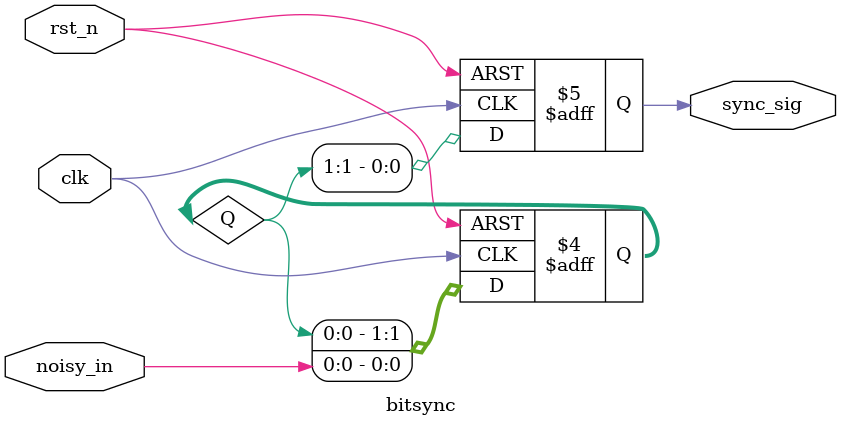
<source format=v>
module bitsync #(parameter num_stages = 2)
(
    input wire noisy_in,
    input wire rst_n,
    input wire clk ,

    output reg sync_sig 

);


reg [num_stages-1:0] Q;
integer i;

always @ (posedge clk or negedge rst_n)
  begin 
    if (!rst_n)
      begin 
        Q <= 'b0;
        sync_sig<=0;
      end
    else 
      begin 
        Q[0] <= noisy_in;
        for (i=1; i<=num_stages -1 ; i=i+1)
          begin 
           Q[i]<=Q[i-1];
          end
        sync_sig <= Q[num_stages-1];

      end

  end


endmodule 

</source>
